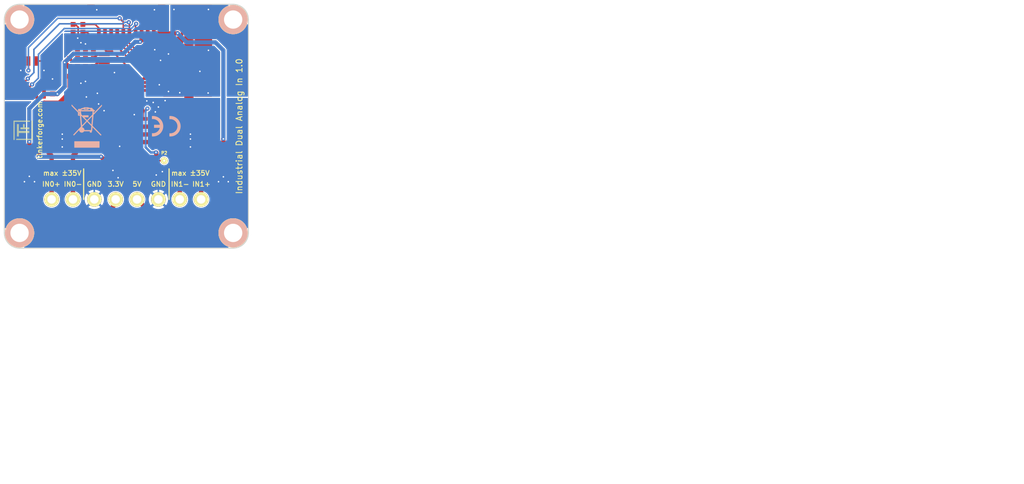
<source format=kicad_pcb>
(kicad_pcb (version 20221018) (generator pcbnew)
  (title_block (title "Industrial Dual Analog In") (date "24 Feb 2015") (rev "1.0") (company "Tinkerforge GmbH") (comment 1 "Copyright (©) 2015, B.Nordmeyer <bastian@tinkerforge.com>"))
  (layers (0 "F.Cu" signal) (31 "B.Cu" signal) (34 "B.Paste" user) (35 "F.Paste" user) (36 "B.SilkS" user "B.Silkscreen") (37 "F.SilkS" user "F.Silkscreen") (38 "B.Mask" user) (39 "F.Mask" user) (44 "Edge.Cuts" user))
  (net 0 "")
  (net 1 "AGND")
  (net 2 "+3.3VADC")
  (net 3 "-VAA")
  (net 4 "3V3")
  (net 5 "GND")
  (net 6 "Net-(C5-Pad1)")
  (net 7 "Net-(C5-Pad2)")
  (net 8 "DGND")
  (net 9 "Net-(C8-Pad2)")
  (net 10 "Net-(C9-Pad2)")
  (net 11 "ADC0")
  (net 12 "ADC1")
  (net 13 "Net-(C12-Pad2)")
  (net 14 "Net-(C14-Pad2)")
  (net 15 "Net-(C18-Pad1)")
  (net 16 "Net-(C21-Pad1)")
  (net 17 "+3.3VP")
  (net 18 "+5V")
  (net 19 "Net-(P1-Pad4)")
  (net 20 "Net-(P1-Pad5)")
  (net 21 "Net-(P1-Pad6)")
  (net 22 "Net-(P1-Pad7)")
  (net 23 "Net-(P1-Pad8)")
  (net 24 "Net-(P1-Pad9)")
  (net 25 "Net-(P1-Pad10)")
  (net 26 "Net-(P3-Pad2)")
  (net 27 "Net-(P3-Pad1)")
  (net 28 "Net-(P3-Pad7)")
  (net 29 "Net-(P3-Pad8)")
  (net 30 "Net-(R5-Pad2)")
  (net 31 "Net-(R13-Pad1)")
  (net 32 "Net-(R10-Pad2)")
  (net 33 "Net-(C15-Pad2)")
  (net 34 "Net-(C17-Pad1)")
  (net 35 "Net-(C20-Pad1)")
  (net 36 "Net-(R3-Pad2)")
  (net 37 "Net-(R6-Pad2)")
  (net 38 "Net-(R15-Pad1)")
  (net 39 "Net-(R11-Pad2)")
  (net 40 "Net-(D1-Pad2)")
  (net 41 "Net-(D2-Pad2)")
  (net 42 "Net-(U3-Pad7)")
  (net 43 "Net-(U4-Pad12)")
  (net 44 "Net-(U4-Pad13)")
  (footprint "tinkerforge:Fiducial_Mark" (layer "F.Cu") (at 117.1 112.5)
    (fp_text reference "Fiducial_Mark" hide)
    (fp_text value "VAL**" hide)
  )
  (footprint "tinkerforge:Fiducial_Mark" (layer "F.Cu") (at 154.1 87.5)
    (fp_text reference "Fiducial_Mark" hide)
    (fp_text value "VAL**" hide)
  )
  (footprint "tinkerforge:Fiducial_Mark" (layer "F.Cu") (at 117.1 87.5)
    (fp_text reference "Fiducial_Mark" hide)
    (fp_text value "VAL**" hide)
  )
  (footprint "logo:Logo_31x31" (layer "F.Cu") (at 117.1 102.25 90)
    (fp_text reference "G***" hide)
    (fp_text value "Logo_31x31" hide)
  )
  (footprint "kicad-libraries:SOD-323" (layer "F.Cu") (at 151.5 110.425 -90)
    (fp_text reference "D1")
    (fp_text value "CDSOD323-T05SC")
  )
  (footprint "kicad-libraries:SOD-323" (layer "F.Cu") (at 119.7 110.425 -90)
    (fp_text reference "D2")
    (fp_text value "CDSOD323-T03SC")
  )
  (footprint "kicad-libraries:CON-SENSOR" (layer "F.Cu") (at 135.6 80 180)
    (fp_text reference "P1")
    (fp_text value "CON-SENSOR")
  )
  (footprint "kicad-libraries:OQ_8P" (layer "F.Cu") (at 135.6 112)
    (fp_text reference "P3")
    (fp_text value "CONN_8")
  )
  (footprint "kicad-libraries:SOIC8" (layer "F.Cu") (at 135.6 100.7 90)
    (fp_text reference "U1")
    (fp_text value "LMV342IDRG4")
  )
  (footprint "kicad-libraries:SOT23-6" (layer "F.Cu") (at 136.75 106.45 90)
    (fp_text reference "U2")
    (fp_text value "LM2664")
  )
  (footprint "kicad-libraries:SOIC8" (layer "F.Cu") (at 120.2 92 180)
    (fp_text reference "U3")
    (fp_text value "M24C64")
  )
  (footprint "kicad-libraries:SSOP20-53" (layer "F.Cu") (at 135.6 91.2 -90)
    (fp_text reference "U4")
    (fp_text value "MCP3911")
  )
  (footprint "kicad-libraries:DRILL_NP" (layer "F.Cu") (at 153.1 117.5)
    (fp_text reference "U5" hide)
    (fp_text value "DRILL" hide)
  )
  (footprint "kicad-libraries:DRILL_NP" (layer "F.Cu") (at 153.1 82.5)
    (fp_text reference "U6" hide)
    (fp_text value "DRILL" hide)
  )
  (footprint "kicad-libraries:DRILL_NP" (layer "F.Cu") (at 118.1 82.5)
    (fp_text reference "U7" hide)
    (fp_text value "DRILL" hide)
  )
  (footprint "kicad-libraries:DRILL_NP" (layer "F.Cu") (at 118.1 117.5)
    (fp_text reference "U8" hide)
    (fp_text value "DRILL" hide)
  )
  (footprint "kicad-libraries:HC49_US" (layer "F.Cu") (at 145.85 89.05 -90)
    (fp_text reference "X1")
    (fp_text value "10MHz")
  )
  (footprint "kicad-libraries:PINTST" (layer "F.Cu") (at 141.8 105.65)
    (fp_text reference "P2")
    (fp_text value "CONN_1" hide)
  )
  (footprint "kicad-libraries:C0603" (layer "F.Cu") (at 133.7 104.1 180)
    (fp_text reference "C1")
    (fp_text value "100nF")
  )
  (footprint "kicad-libraries:C0603" (layer "F.Cu") (at 138.125 96.65 90)
    (fp_text reference "C2")
    (fp_text value "100nF")
  )
  (footprint "kicad-libraries:C0603" (layer "F.Cu") (at 134.25 106.45 -90)
    (fp_text reference "C3")
    (fp_text value "3.3µF")
  )
  (footprint "kicad-libraries:C0603" (layer "F.Cu") (at 140.5 106.45 -90)
    (fp_text reference "C4")
    (fp_text value "3.3µF")
  )
  (footprint "kicad-libraries:C0603" (layer "F.Cu") (at 136.75 104.1)
    (fp_text reference "C5")
    (fp_text value "3.3µF")
  )
  (footprint "kicad-libraries:C0603" (layer "F.Cu") (at 139.2 106.45 90)
    (fp_text reference "C6")
    (fp_text value "100nF")
  )
  (footprint "kicad-libraries:C0603" (layer "F.Cu") (at 123.5 93.9 90)
    (fp_text reference "C7")
    (fp_text value "100nF")
  )
  (footprint "kicad-libraries:C0603" (layer "F.Cu") (at 142.5 89.75 -90)
    (fp_text reference "C8")
    (fp_text value "18pF")
  )
  (footprint "kicad-libraries:C0603" (layer "F.Cu") (at 142.5 92.65 90)
    (fp_text reference "C9")
    (fp_text value "18pF")
  )
  (footprint "kicad-libraries:C0603" (layer "F.Cu") (at 132.6 96.65 90)
    (fp_text reference "C10")
    (fp_text value "1nF")
  )
  (footprint "kicad-libraries:C0603" (layer "F.Cu") (at 136.825 96.65 90)
    (fp_text reference "C11")
    (fp_text value "1nF")
  )
  (footprint "kicad-libraries:C0603" (layer "F.Cu") (at 130.2 88.1 -90)
    (fp_text reference "C12")
    (fp_text value "100nF")
  )
  (footprint "kicad-libraries:C0603" (layer "F.Cu") (at 128.9 88.1 -90)
    (fp_text reference "C13")
    (fp_text value "10µF")
  )
  (footprint "kicad-libraries:C0603" (layer "F.Cu") (at 130.2 91 90)
    (fp_text reference "C15")
    (fp_text value "100nF")
  )
  (footprint "kicad-libraries:C0603" (layer "F.Cu") (at 128.9 91 90)
    (fp_text reference "C16")
    (fp_text value "10µF")
  )
  (footprint "kicad-libraries:C0603" (layer "F.Cu") (at 126.05 101.3 -90)
    (fp_text reference "C17")
    (fp_text value "15pF")
  )
  (footprint "kicad-libraries:C0603" (layer "F.Cu") (at 125.1 99.2)
    (fp_text reference "C18")
    (fp_text value "150pF")
  )
  (footprint "kicad-libraries:C0603" (layer "F.Cu") (at 124.15 101.3 90)
    (fp_text reference "C19")
    (fp_text value "15pF")
  )
  (footprint "kicad-libraries:C0603" (layer "F.Cu") (at 145.175 101.3 -90)
    (fp_text reference "C20")
    (fp_text value "15pF")
  )
  (footprint "kicad-libraries:C0603" (layer "F.Cu") (at 146.1 99.2 180)
    (fp_text reference "C21")
    (fp_text value "150pF")
  )
  (footprint "kicad-libraries:C0603" (layer "F.Cu") (at 147.05 101.3 90)
    (fp_text reference "C22")
    (fp_text value "15pF")
  )
  (footprint "kicad-libraries:F1206" (layer "F.Cu") (at 151.5 105 -90)
    (fp_text reference "F1")
    (fp_text value "OZCJ0035FF2G")
  )
  (footprint "kicad-libraries:F1206" (layer "F.Cu") (at 119.7 105 -90)
    (fp_text reference "F2")
    (fp_text value "OZCJ0035FF2G")
  )
  (footprint "kicad-libraries:C0603" (layer "F.Cu") (at 126.3 91 -90)
    (fp_text reference "FB1")
    (fp_text value "FILTER")
  )
  (footprint "kicad-libraries:C0603" (layer "F.Cu") (at 126.3 88.1 90)
    (fp_text reference "FB2")
    (fp_text value "FILTER")
  )
  (footprint "kicad-libraries:C0603" (layer "F.Cu") (at 141.2 87.55 -90)
    (fp_text reference "FB3")
    (fp_text value "FILTER")
  )
  (footprint "kicad-libraries:R0603" (layer "F.Cu") (at 141 95.1 -90)
    (fp_text reference "R1")
    (fp_text value "0")
  )
  (footprint "kicad-libraries:R0603" (layer "F.Cu") (at 141.2 91.2 -90)
    (fp_text reference "R2")
    (fp_text value "1M")
  )
  (footprint "kicad-libraries:R0603" (layer "F.Cu") (at 127.675 84.6)
    (fp_text reference "R3")
    (fp_text value "100k")
  )
  (footprint "kicad-libraries:R0603" (layer "F.Cu") (at 127.675 83.3 180)
    (fp_text reference "R4")
    (fp_text value "DNP")
  )
  (footprint "kicad-libraries:R0603" (layer "F.Cu") (at 133.9 96.65 -90)
    (fp_text reference "R5")
    (fp_text value "68.1")
  )
  (footprint "kicad-libraries:R0603" (layer "F.Cu") (at 135.375 96.65 -90)
    (fp_text reference "R6")
    (fp_text value "68.1")
  )
  (footprint "kicad-libraries:R0603" (layer "F.Cu") (at 127.6 88.1 -90)
    (fp_text reference "R7")
    (fp_text value "10")
  )
  (footprint "kicad-libraries:R0603" (layer "F.Cu") (at 131.05 100.9 90)
    (fp_text reference "R8")
    (fp_text value "4k7/10ppm")
  )
  (footprint "kicad-libraries:R0603" (layer "F.Cu") (at 140.275 102.15 90)
    (fp_text reference "R9")
    (fp_text value "4k7/10ppm")
  )
  (footprint "kicad-libraries:R0603" (layer "F.Cu") (at 131.05 98 -90)
    (fp_text reference "R10")
    (fp_text value "4k7/10ppm")
  )
  (footprint "kicad-libraries:R0603" (layer "F.Cu") (at 140.275 99.25 -90)
    (fp_text reference "R11")
    (fp_text value "4k7/10ppm")
  )
  (footprint "kicad-libraries:R0603" (layer "F.Cu") (at 127.6 91 90)
    (fp_text reference "R12")
    (fp_text value "10")
  )
  (footprint "kicad-libraries:R0603" (layer "F.Cu") (at 127.2 98.4 -90)
    (fp_text reference "R13")
    (fp_text value "280k/10ppm")
  )
  (footprint "kicad-libraries:R0603" (layer "F.Cu") (at 123 98.4 -90)
    (fp_text reference "R14")
    (fp_text value "280k/10ppm")
  )
  (footprint "kicad-libraries:R0603" (layer "F.Cu") (at 144 98.4 -90)
    (fp_text reference "R15")
    (fp_text value "280k/10ppm")
  )
  (footprint "kicad-libraries:R0603" (layer "F.Cu") (at 148.2 98.4 -90)
    (fp_text reference "R16")
    (fp_text value "280k/10ppm")
  )
  (footprint "kicad-libraries:R0603" (layer "F.Cu") (at 127.35 101.3 -90)
    (fp_text reference "R17")
    (fp_text value "10")
  )
  (footprint "kicad-libraries:R0603" (layer "F.Cu") (at 122.85 101.3 -90)
    (fp_text reference "R18")
    (fp_text value "10")
  )
  (footprint "kicad-libraries:R0603" (layer "F.Cu") (at 143.875 101.3 -90)
    (fp_text reference "R19")
    (fp_text value "10")
  )
  (footprint "kicad-libraries:R0603" (layer "F.Cu") (at 148.35 101.3 -90)
    (fp_text reference "R20")
    (fp_text value "10")
  )
  (footprint "kicad-libraries:R0603" (layer "F.Cu") (at 126.55 103.4 180)
    (fp_text reference "R21")
    (fp_text value "100k")
  )
  (footprint "kicad-libraries:R0603" (layer "F.Cu") (at 123.65 103.4 180)
    (fp_text reference "R22")
    (fp_text value "100k")
  )
  (footprint "kicad-libraries:R0603" (layer "F.Cu") (at 144.65 103.4)
    (fp_text reference "R23")
    (fp_text value "100k")
  )
  (footprint "kicad-libraries:R0603" (layer "F.Cu") (at 147.55 103.4)
    (fp_text reference "R24")
    (fp_text value "100k")
  )
  (footprint "kicad-libraries:C0603" (layer "F.Cu") (at 129.9 94.4 90)
    (fp_text reference "C14")
    (fp_text value "100nF")
  )
  (footprint "tinkerforge:CE_5mm" (layer "B.Cu") (at 142.1 100 180)
    (fp_text reference "VAL" hide)
    (fp_text value "CE_5mm" hide)
  )
  (footprint "tinkerforge:WEEE_7mm" (layer "B.Cu") (at 129.1 100)
    (fp_text reference "VAL" hide)
    (fp_text value "WEEE_7mm" hide)
  )
  (gr_line (start 142.6 107) (end 142.6 112) (stroke (width 0.2)) (layer "F.SilkS"))
  (gr_line (start 128.6 107) (end 128.6 112) (stroke (width 0.2)) (layer "F.SilkS"))
  (gr_arc (start 153.1 80) (mid 154.867767 80.732233) (end 155.6 82.5) (stroke (width 0.15)) (layer "Edge.Cuts"))
  (gr_line (start 118.1 120) (end 153.1 120) (stroke (width 0.15)) (layer "Edge.Cuts"))
  (gr_line (start 155.6 117.5) (end 155.6 82.5) (stroke (width 0.15)) (layer "Edge.Cuts"))
  (gr_arc (start 115.6 82.5) (mid 116.332233 80.732233) (end 118.1 80) (stroke (width 0.15)) (layer "Edge.Cuts"))
  (gr_arc (start 118.1 120) (mid 116.332233 119.267767) (end 115.6 117.5) (stroke (width 0.15)) (layer "Edge.Cuts"))
  (gr_line (start 153.1 80) (end 118.1 80) (stroke (width 0.15)) (layer "Edge.Cuts"))
  (gr_line (start 115.6 82.5) (end 115.6 117.5) (stroke (width 0.15)) (layer "Edge.Cuts"))
  (gr_arc (start 155.6 117.5) (mid 154.867767 119.267767) (end 153.1 120) (stroke (width 0.15)) (layer "Edge.Cuts"))
  (gr_text "5V" (at 137.35 109.5) (layer "F.SilkS") (effects (font (size 0.8 0.8))))
  (gr_text "max ±35V" (at 146.1 107.7) (layer "F.SilkS") (effects (font (size 0.8 0.8))))
  (gr_text "IN1+" (at 147.9 109.5) (layer "F.SilkS") (effects (font (size 0.8 0.8))))
  (gr_text "GND" (at 140.85 109.5) (layer "F.SilkS") (effects (font (size 0.8 0.8))))
  (gr_text "IN1-" (at 144.4 109.5) (layer "F.SilkS") (effects (font (size 0.8 0.8))))
  (gr_text "Industrial Dual Analog In 1.0" (at 154.1 100 90) (layer "F.SilkS") (effects (font (size 1 1))))
  (gr_text "IN0-" (at 126.85 109.5) (layer "F.SilkS") (effects (font (size 0.8 0.8))))
  (gr_text "tinkerforge.com" (at 121.4 100.625 90) (layer "F.SilkS") (effects (font (size 0.8 0.8))))
  (gr_text "3.3V" (at 133.85 109.5) (layer "F.SilkS") (effects (font (size 0.8 0.8))))
  (gr_text "IN0+" (at 123.3 109.5) (layer "F.SilkS") (effects (font (size 0.8 0.8))))
  (gr_text "max ±35V" (at 125.1 107.7) (layer "F.SilkS") (effects (font (size 0.8 0.8))))
  (gr_text "GND" (at 130.35 109.5) (layer "F.SilkS") (effects (font (size 0.8 0.8))))
  (segment (start 130.3501 91.8001) (end 130.2 91.8001) (width 0.35) (layer "F.Cu") (net 1))
  (segment (start 129.5499 91.8001) (end 129.55 91.8) (width 0.7) (layer "F.Cu") (net 1))
  (segment (start 129.5501 91.8001) (end 129.55 91.8) (width 0.7) (layer "F.Cu") (net 1))
  (segment (start 125.0999 102.1001) (end 125.1 102.1) (width 0.7) (layer "F.Cu") (net 1))
  (segment (start 125.1001 102.1001) (end 125.1 102.1) (width 0.7) (layer "F.Cu") (net 1))
  (segment (start 146.0999 102.1001) (end 146.1 102.1) (width 0.7) (layer "F.Cu") (net 1))
  (segment (start 146.1001 102.1001) (end 146.1 102.1) (width 0.7) (layer "F.Cu") (net 1))
  (segment (start 134.5001 103.3001) (end 134.5 103.3) (width 0.35) (layer "F.Cu") (net 1))
  (segment (start 133.4001 107.2501) (end 133.4 107.25) (width 0.35) (layer "F.Cu") (net 1))
  (segment (start 139.05014 107.39996) (end 139.2 107.2501) (width 0.35) (layer "F.Cu") (net 1))
  (segment (start 136.8 98) (end 136.9 98.1) (width 0.7) (layer "F.Cu") (net 1))
  (segment (start 131.9501 97.4501) (end 131.95 97.45) (width 0.7) (layer "F.Cu") (net 1))
  (segment (start 140.25 97.75) (end 140.35 97.65) (width 0.7) (layer "F.Cu") (net 1))
  (segment (start 140.00076 96.10076) (end 140 96.1) (width 0.7) (layer "F.Cu") (net 1))
  (segment (start 138.9499 95.8499) (end 138.95 95.85) (width 0.7) (layer "F.Cu") (net 1))
  (segment (start 141.64924 96.10076) (end 141.95 95.8) (width 0.7) (layer "F.Cu") (net 1))
  (segment (start 141 96.7) (end 140.85 96.85) (width 0.4) (layer "F.Cu") (net 1))
  (segment (start 141.49924 107.45076) (end 141.5 107.45) (width 0.7) (layer "F.Cu") (net 1))
  (segment (start 133.325 90.875) (end 133.65 91.2) (width 0.35) (layer "F.Cu") (net 1))
  (segment (start 133.325 91.525) (end 133.65 91.2) (width 0.35) (layer "F.Cu") (net 1))
  (segment (start 130.875 92.825) (end 130.2 92.15) (width 0.4) (layer "F.Cu") (net 1))
  (segment (start 130.2 92.15) (end 130.2 91.8001) (width 0.4) (layer "F.Cu") (net 1))
  (segment (start 131.225 94.125) (end 130.85 94.5) (width 0.4) (layer "F.Cu") (net 1))
  (segment (start 130.85 94.5) (end 130.85 94.6) (width 0.4) (layer "F.Cu") (net 1))
  (segment (start 129.0501 95.2001) (end 129.05 95.2) (width 0.4) (layer "F.Cu") (net 1))
  (segment (start 128.45 92.65) (end 128.15 92.95) (width 0.7) (layer "F.Cu") (net 1))
  (segment (start 150.7042 109.1042) (end 150.7 109.1) (width 0.7) (layer "F.Cu") (net 1))
  (segment (start 152.2958 109.1042) (end 152.3 109.1) (width 0.7) (layer "F.Cu") (net 1))
  (segment (start 118.9042 109.1042) (end 118.9 109.1) (width 0.7) (layer "F.Cu") (net 1))
  (segment (start 120.5458 109.1042) (end 120.55 109.1) (width 0.7) (layer "F.Cu") (net 1))
  (segment (start 132 94.125) (end 131.225 94.125) (width 0.4) (layer "F.Cu") (net 1))
  (segment (start 146.1 102.1) (end 146.1 101.3) (width 0.7) (layer "F.Cu") (net 1))
  (segment (start 132 94.125) (end 131.575 94.125) (width 0.35) (layer "F.Cu") (net 1))
  (segment (start 137.94888 107.39996) (end 139.05014 107.39996) (width 0.7) (layer "F.Cu") (net 1))
  (segment (start 139.2 107.2501) (end 140.5 107.2501) (width 0.7) (layer "F.Cu") (net 1))
  (segment (start 141 96.10076) (end 141.64924 96.10076) (width 0.7) (layer "F.Cu") (net 1))
  (segment (start 138.1 95.8499) (end 138.9499 95.8499) (width 0.7) (layer "F.Cu") (net 1))
  (segment (start 151.5 109.1042) (end 150.7042 109.1042) (width 0.7) (layer "F.Cu") (net 1))
  (segment (start 136.8 98) (end 136.8 97.4501) (width 0.7) (layer "F.Cu") (net 1))
  (segment (start 141 96.10076) (end 140.00076 96.10076) (width 0.7) (layer "F.Cu") (net 1))
  (segment (start 134.25 107.45076) (end 134.25 108.45) (width 0.7) (layer "F.Cu") (net 1))
  (segment (start 130.2 91.8001) (end 129.5501 91.8001) (width 0.7) (layer "F.Cu") (net 1))
  (segment (start 131.05 97.1999) (end 131.05 96.35) (width 0.7) (layer "F.Cu") (net 1))
  (segment (start 119.7 109.1042) (end 120.5458 109.1042) (width 0.7) (layer "F.Cu") (net 1))
  (segment (start 125.1 103.4) (end 124.4501 103.4) (width 0.7) (layer "F.Cu") (net 1))
  (segment (start 128.9 91.8001) (end 128.9 92.65) (width 0.7) (layer "F.Cu") (net 1))
  (segment (start 151.5 109.1042) (end 152.2958 109.1042) (width 0.7) (layer "F.Cu") (net 1))
  (segment (start 141 96.10076) (end 141 96.7) (width 0.4) (layer "F.Cu") (net 1))
  (segment (start 140.25 98.4499) (end 140.25 97.75) (width 0.7) (layer "F.Cu") (net 1))
  (segment (start 147.05 102.1001) (end 146.1001 102.1001) (width 0.7) (layer "F.Cu") (net 1))
  (segment (start 146.7499 103.4) (end 146.1 103.4) (width 0.7) (layer "F.Cu") (net 1))
  (segment (start 132 92.825) (end 130.875 92.825) (width 0.4) (layer "F.Cu") (net 1))
  (segment (start 133.4001 107.2501) (end 134.25 107.2501) (width 0.35) (layer "F.Cu") (net 1))
  (segment (start 146.1 103.4) (end 145.4501 103.4) (width 0.7) (layer "F.Cu") (net 1))
  (segment (start 132 91.525) (end 133.325 91.525) (width 0.35) (layer "F.Cu") (net 1))
  (segment (start 132.225 90.875) (end 131.475 90.875) (width 0.35) (layer "F.Cu") (net 1))
  (segment (start 125.7499 103.4) (end 125.1 103.4) (width 0.7) (layer "F.Cu") (net 1))
  (segment (start 119.7 109.1042) (end 118.9042 109.1042) (width 0.7) (layer "F.Cu") (net 1))
  (segment (start 140.5 107.45076) (end 141.49924 107.45076) (width 0.7) (layer "F.Cu") (net 1))
  (segment (start 140.5 108) (end 140.5 107.2501) (width 0.35) (layer "F.Cu") (net 1))
  (segment (start 125.0999 102.1001) (end 124.15 102.1001) (width 0.7) (layer "F.Cu") (net 1))
  (segment (start 132.225 92.825) (end 131.375 92.825) (width 0.35) (layer "F.Cu") (net 1))
  (segment (start 128.9 92.65) (end 128.45 92.65) (width 0.7) (layer "F.Cu") (net 1))
  (segment (start 129.5499 91.8001) (end 128.9 91.8001) (width 0.7) (layer "F.Cu") (net 1))
  (segment (start 146.0999 102.1001) (end 145.15 102.1001) (width 0.7) (layer "F.Cu") (net 1))
  (segment (start 133.325 90.875) (end 132 90.875) (width 0.35) (layer "F.Cu") (net 1))
  (segment (start 125.1 102.1) (end 125.1 101.3) (width 0.7) (layer "F.Cu") (net 1))
  (segment (start 132.6 97.4501) (end 131.9501 97.4501) (width 0.7) (layer "F.Cu") (net 1))
  (segment (start 134.5001 104.1) (end 134.5001 103.3001) (width 0.35) (layer "F.Cu") (net 1))
  (segment (start 119.7 109.1042) (end 119.7 108.225) (width 0.7) (layer "F.Cu") (net 1))
  (segment (start 126.05 102.1001) (end 125.1001 102.1001) (width 0.7) (layer "F.Cu") (net 1))
  (segment (start 151.5 109.1042) (end 151.5 108.3) (width 0.7) (layer "F.Cu") (net 1))
  (segment (start 132 94.125) (end 131.475 94.125) (width 0.4) (layer "F.Cu") (net 1))
  (segment (start 129.9 95.2001) (end 129.0501 95.2001) (width 0.4) (layer "F.Cu") (net 1))
  (via (at 125.1 103.4) (size 0.7) (drill 0.25) (layers "F.Cu" "B.Cu") (net 1))
  (via (at 140 96.1) (size 0.7) (drill 0.25) (layers "F.Cu" "B.Cu") (net 1))
  (via (at 120.55 109.1) (size 0.7) (drill 0.25) (layers "F.Cu" "B.Cu") (net 1))
  (via (at 140.35 97.65) (size 0.7) (drill 0.25) (layers "F.Cu" "B.Cu") (net 1))
  (via (at 133.4 107.25) (size 0.7) (drill 0.25) (layers "F.Cu" "B.Cu") (net 1))
  (via (at 140.5 108) (size 0.7) (drill 0.25) (layers "F.Cu" "B.Cu") (net 1))
  (via (at 133.65 91.2) (size 0.7) (drill 0.25) (layers "F.Cu" "B.Cu") (net 1))
  (via (at 118.9 109.1) (size 0.7) (drill 0.25) (layers "F.Cu" "B.Cu") (net 1))
  (via (at 146.1 101.3) (size 0.7) (drill 0.25) (layers "F.Cu" "B.Cu") (net 1))
  (via (at 136.9 98.1) (size 0.7) (drill 0.25) (layers "F.Cu" "B.Cu") (net 1))
  (via (at 146.1 103.4) (size 0.7) (drill 0.25) (layers "F.Cu" "B.Cu") (net 1))
  (via (at 129.05 95.2) (size 0.7) (drill 0.25) (layers "F.Cu" "B.Cu") (net 1))
  (via (at 138.95 95.85) (size 0.7) (drill 0.25) (layers "F.Cu" "B.Cu") (net 1))
  (via (at 152.3 109.1) (size 0.7) (drill 0.25) (layers "F.Cu" "B.Cu") (net 1))
  (via (at 131.05 96.35) (size 0.7) (drill 0.25) (layers "F.Cu" "B.Cu") (net 1))
  (via (at 119.7 108.225) (size 0.7) (drill 0.25) (layers "F.Cu" "B.Cu") (net 1))
  (via (at 130.85 94.6) (size 0.7) (drill 0.25) (layers "F.Cu" "B.Cu") (net 1))
  (via (at 128.15 92.95) (size 0.7) (drill 0.25) (layers "F.Cu" "B.Cu") (net 1))
  (via (at 134.25 108.45) (size 0.7) (drill 0.25) (layers "F.Cu" "B.Cu") (net 1))
  (via (at 125.1 101.3) (size 0.7) (drill 0.25) (layers "F.Cu" "B.Cu") (net 1))
  (via (at 131.95 97.45) (size 0.7) (drill 0.25) (layers "F.Cu" "B.Cu") (net 1))
  (via (at 128.9 92.65) (size 0.7) (drill 0.25) (layers "F.Cu" "B.Cu") (net 1))
  (via (at 125.1 102.1) (size 0.7) (drill 0.25) (layers "F.Cu" "B.Cu") (net 1))
  (via (at 141.95 95.8) (size 0.7) (drill 0.25) (layers "F.Cu" "B.Cu") (net 1))
  (via (at 141.5 107.45) (size 0.7) (drill 0.25) (layers "F.Cu" "B.Cu") (net 1))
  (via (at 150.7 109.1) (size 0.7) (drill 0.25) (layers "F.Cu" "B.Cu") (net 1))
  (via (at 134.5 103.3) (size 0.7) (drill 0.25) (layers "F.Cu" "B.Cu") (net 1))
  (via (at 140.85 96.85) (size 0.7) (drill 0.25) (layers "F.Cu" "B.Cu") (net 1))
  (via (at 146.1 102.1) (size 0.7) (drill 0.25) (layers "F.Cu" "B.Cu") (net 1))
  (via (at 151.5 108.3) (size 0.7) (drill 0.25) (layers "F.Cu" "B.Cu") (net 1))
  (segment (start 125.1 100.95) (end 129.7 96.35) (width 0.254) (layer "B.Cu") (net 1))
  (segment (start 129.7 96.35) (end 131.05 96.35) (width 0.254) (layer "B.Cu") (net 1))
  (segment (start 146.1 104.3) (end 142.4 108) (width 0.254) (layer "B.Cu") (net 1))
  (segment (start 142.4 108) (end 140.5 108) (width 0.254) (layer "B.Cu") (net 1))
  (segment (start 140.85018 108.35018) (end 140.5 108) (width 0.254) (layer "B.Cu") (net 1))
  (segment (start 134.15 108) (end 133.4 107.25) (width 0.254) (layer "B.Cu") (net 1))
  (segment (start 134.5 106.15) (end 133.4 107.25) (width 0.254) (layer "B.Cu") (net 1))
  (segment (start 131.05 107.25) (end 130.49982 106.69982) (width 0.254) (layer "B.Cu") (net 1))
  (segment (start 130.49982 106.69982) (end 130.34982 106.69982) (width 0.254) (layer "B.Cu") (net 1))
  (segment (start 131.95 97.25) (end 131.05 96.35) (width 0.254) (layer "B.Cu") (net 1))
  (segment (start 136.25 97.45) (end 136.9 98.1) (width 0.254) (layer "B.Cu") (net 1))
  (segment (start 121.54982 106.69982) (end 120.25 105.4) (width 0.254) (layer "B.Cu") (net 1))
  (segment (start 120.25 105.4) (end 120.25 104.25) (width 0.254) (layer "B.Cu") (net 1))
  (segment (start 120.25 104.25) (end 121.1 103.4) (width 0.254) (layer "B.Cu") (net 1))
  (segment (start 121.1 103.4) (end 125.1 103.4) (width 0.254) (layer "B.Cu") (net 1))
  (segment (start 125.1 101.3) (end 125.1 100.95) (width 0.254) (layer "B.Cu") (net 1))
  (segment (start 130.34982 112) (end 130.34982 106.69982) (width 0.254) (layer "B.Cu") (net 1))
  (segment (start 131.95 97.45) (end 136.25 97.45) (width 0.254) (layer "B.Cu") (net 1))
  (segment (start 125.1 103.4) (end 125.1 102.1) (width 0.254) (layer "B.Cu") (net 1))
  (segment (start 140.85018 112) (end 140.85018 108.35018) (width 0.254) (layer "B.Cu") (net 1))
  (segment (start 146.1 102.1) (end 146.1 103.4) (width 0.254) (layer "B.Cu") (net 1))
  (segment (start 130.34982 106.69982) (end 121.54982 106.69982) (width 0.254) (layer "B.Cu") (net 1))
  (segment (start 133.4 107.25) (end 131.05 107.25) (width 0.254) (layer "B.Cu") (net 1))
  (segment (start 134.5 103.3) (end 134.5 106.15) (width 0.254) (layer "B.Cu") (net 1))
  (segment (start 131.95 97.45) (end 131.95 97.25) (width 0.254) (layer "B.Cu") (net 1))
  (segment (start 146.1 103.4) (end 146.1 104.3) (width 0.254) (layer "B.Cu") (net 1))
  (segment (start 140.5 108) (end 134.15 108) (width 0.254) (layer "B.Cu") (net 1))
  (segment (start 132.90252 104.09738) (end 132.8999 104.1) (width 0.7) (layer "F.Cu") (net 2))
  (segment (start 132.8999 104.8999) (end 132.9 104.9) (width 0.7) (layer "F.Cu") (net 2))
  (segment (start 134.39986 105.50004) (end 134.25 105.6499) (width 0.35) (layer "F.Cu") (net 2))
  (segment (start 133.6499 105.6499) (end 132.9 104.9) (width 0.35) (layer "F.Cu") (net 2))
  (segment (start 135.15 106.45) (end 134.3499 105.6499) (width 0.4) (layer "F.Cu") (net 2))
  (segment (start 134.3499 105.6499) (end 134.25 105.6499) (width 0.35) (layer "F.Cu") (net 2))
  (segment (start 134.39986 105.50004) (end 134.25 105.6499) (width 0.35) (layer "F.Cu") (net 2))
  (segment (start 131.89924 105.44924) (end 131.45 105) (width 0.7) (layer "F.Cu") (net 2))
  (segment (start 126.3 94.45) (end 124.6 96.15) (width 0.7) (layer "F.Cu") (net 2))
  (segment (start 124.6 96.15) (end 122.15 96.15) (width 0.7) (layer "F.Cu") (net 2))
  (segment (start 122.15 96.15) (end 121.25 97.05) (width 0.7) (layer "F.Cu") (net 2))
  (segment (start 121.25 105) (end 121.25 97.05) (width 0.7) (layer "F.Cu") (net 2))
  (segment (start 134.25 105.6499) (end 133.6499 105.6499) (width 0.35) (layer "F.Cu") (net 2))
  (segment (start 126.3 91.8001) (end 127.6 91.8001) (width 0.7) (layer "F.Cu") (net 2))
  (segment (start 134.25 105.44924) (end 131.89924 105.44924) (width 0.7) (layer "F.Cu") (net 2))
  (segment (start 132.8999 104.8999) (end 132.8999 104.1) (width 0.7) (layer "F.Cu") (net 2))
  (segment (start 135.55112 105.50004) (end 134.39986 105.50004) (width 0.4) (layer "F.Cu") (net 2))
  (segment (start 135.55112 106.45) (end 135.15 106.45) (width 0.4) (layer "F.Cu") (net 2))
  (segment (start 132.90252 102.60246) (end 132.90252 104.09738) (width 0.7) (layer "F.Cu") (net 2))
  (segment (start 126.3 94.45) (end 126.3 91.8001) (width 0.7) (layer "F.Cu") (net 2))
  (via (at 131.45 105) (size 0.7) (drill 0.25) (layers "F.Cu" "B.Cu") (net 2))
  (via (at 121.25 105) (size 0.7) (drill 0.25) (layers "F.Cu" "B.Cu") (net 2))
  (segment (start 131.45 105) (end 121.25 105) (width 0.7) (layer "B.Cu") (net 2))
  (segment (start 138.3999 106.45) (end 139.2 105.6499) (width 0.7) (layer "F.Cu") (net 3))
  (segment (start 138.29748 97.64758) (end 138.1 97.4501) (width 0.35) (layer "F.Cu") (net 3))
  (segment (start 138.6999 97.4501) (end 139.05 97.1) (width 0.35) (layer "F.Cu") (net 3))
  (segment (start 140.5 104.35) (end 140.45 104.3) (width 0.7) (layer "F.Cu") (net 3))
  (segment (start 141.7999 105.6499) (end 141.8 105.65) (width 0.254) (layer "F.Cu") (net 3))
  (segment (start 139.2 105.6499) (end 140.5 105.6499) (width 0.7) (layer "F.Cu") (net 3))
  (segment (start 140.5 105.6499) (end 141.7999 105.6499) (width 0.254) (layer "F.Cu") (net 3))
  (segment (start 138.29748 98.79754) (end 138.29748 97.64758) (width 0.35) (layer "F.Cu") (net 3))
  (segment (start 138.1 97.4501) (end 138.6999 97.4501) (width 0.35) (layer "F.Cu") (net 3))
  (segment (start 137.94888 106.45) (end 138.3999 106.45) (width 0.7) (layer "F.Cu") (net 3))
  (segment (start 140.5 105.44924) (end 140.5 104.35) (width 0.7) (layer "F.Cu") (net 3))
  (via (at 140.45 104.3) (size 0.7) (drill 0.25) (layers "F.Cu" "B.Cu") (net 3))
  (via (at 139.05 97.1) (size 0.7) (drill 0.25) (layers "F.Cu" "B.Cu") (net 3))
  (segment (start 138.75 103.45) (end 138.75 97.4) (width 0.35) (layer "B.Cu") (net 3))
  (segment (start 138.75 97.4) (end 139.05 97.1) (width 0.35) (layer "B.Cu") (net 3))
  (segment (start 139.6 104.3) (end 138.75 103.45) (width 0.4) (layer "B.Cu") (net 3))
  (segment (start 140.45 104.3) (end 139.6 104.3) (width 0.4) (layer "B.Cu") (net 3))
  (segment (start 138.09936 85.90064) (end 137.85 86.15) (width 0.7) (layer "F.Cu") (net 4))
  (segment (start 125.5 89.55) (end 126.1499 88.9001) (width 0.7) (layer "F.Cu") (net 4))
  (segment (start 126.1499 88.9001) (end 126.3 88.9001) (width 0.7) (layer "F.Cu") (net 4))
  (segment (start 126.1499 90.1999) (end 125.5 89.55) (width 0.7) (layer "F.Cu") (net 4))
  (segment (start 122.10508 94.7001) (end 122.10246 94.69748) (width 0.7) (layer "F.Cu") (net 4))
  (segment (start 124.2999 94.7001) (end 124.3 94.7) (width 0.7) (layer "F.Cu") (net 4))
  (segment (start 123.5 94.7001) (end 122.10508 94.7001) (width 0.7) (layer "F.Cu") (net 4))
  (segment (start 119.7 103.49886) (end 119.7 102.55) (width 0.7) (layer "F.Cu") (net 4))
  (segment (start 126.3 90.1999) (end 126.1499 90.1999) (width 0.7) (layer "F.Cu") (net 4))
  (segment (start 138.09936 84.7752) (end 138.09936 85.90064) (width 0.7) (layer "F.Cu") (net 4))
  (segment (start 123.5 94.7001) (end 124.2999 94.7001) (width 0.7) (layer "F.Cu") (net 4))
  (via (at 124.3 94.7) (size 0.7) (drill 0.25) (layers "F.Cu" "B.Cu") (net 4))
  (via (at 119.7 102.55) (size 0.7) (drill 0.25) (layers "F.Cu" "B.Cu") (net 4))
  (via (at 137.85 86.15) (size 0.7) (drill 0.25) (layers "F.Cu" "B.Cu") (net 4))
  (via (at 125.5 89.55) (size 0.7) (drill 0.25) (layers "F.Cu" "B.Cu") (net 4))
  (segment (start 125.5 93.5) (end 124.3 94.7) (width 0.7) (layer "B.Cu") (net 4))
  (segment (start 137.05 86.15) (end 135.1 88.1) (width 0.7) (layer "B.Cu") (net 4))
  (segment (start 135.1 88.1) (end 126.95 88.1) (width 0.7) (layer "B.Cu") (net 4))
  (segment (start 126.95 88.1) (end 125.5 89.55) (width 0.7) (layer "B.Cu") (net 4))
  (segment (start 119.7 102.55) (end 119.7 97.1) (width 0.7) (layer "B.Cu") (net 4))
  (segment (start 119.7 97.1) (end 122.1 94.7) (width 0.7) (layer "B.Cu") (net 4))
  (segment (start 137.85 86.15) (end 137.05 86.15) (width 0.7) (layer "B.Cu") (net 4))
  (segment (start 124.3 94.7) (end 122.1 94.7) (width 0.7) (layer "B.Cu") (net 4))
  (segment (start 125.5 89.55) (end 125.5 93.5) (width 0.7) (layer "B.Cu") (net 4))
  (segment (start 122.10246 90.84754) (end 122.1 90.85) (width 0.254) (layer "F.Cu") (net 5))
  (segment (start 118.29754 90.84754) (end 118.3 90.85) (width 0.254) (layer "F.Cu") (net 5))
  (segment (start 130.74916 80.89916) (end 130.75 80.9) (width 0.254) (layer "F.Cu") (net 5))
  (segment (start 140.20084 80.89916) (end 140.2 80.9) (width 0.254) (layer "F.Cu") (net 5))
  (segment (start 139.10012 81.99988) (end 140.2 80.9) (width 0.35) (layer "F.Cu") (net 5))
  (segment (start 139.10012 85.60012) (end 139.10012 84.7752) (width 0.7) (layer "F.Cu") (net 5))
  (segment (start 141.2 86.25) (end 141.05 86.1) (width 0.7) (layer "F.Cu") (net 5))
  (segment (start 141.05 86.1) (end 139.6 86.1) (width 0.7) (layer "F.Cu") (net 5))
  (segment (start 139.6 86.1) (end 139.6 86.05) (width 0.7) (layer "F.Cu") (net 5))
  (segment (start 139.6 86.05) (end 139.6 86.1) (width 0.7) (layer "F.Cu") (net 5))
  (segment (start 139.6 86.1) (end 139.10012 85.60012) (width 0.7) (layer "F.Cu") (net 5))
  (segment (start 122.10246 89.30252) (end 120.83246 89.30252) (width 0.254) (layer "F.Cu") (net 5))
  (segment (start 130.74916 80.89916) (end 129.80118 80.89916) (width 0.254) (layer "F.Cu") (net 5))
  (segment (start 140.2 80.9) (end 130.75 80.9) (width 0.35) (layer "F.Cu") (net 5))
  (segment (start 140.20084 80.89916) (end 141.39882 80.89916) (width 0.254) (layer "F.Cu") (net 5))
  (segment (start 123.5 92.25) (end 123.5 93.0999) (width 0.7) (layer "F.Cu") (net 5))
  (segment (start 122.10246 89.30252) (end 122.10246 90.84754) (width 0.254) (layer "F.Cu") (net 5))
  (segment (start 141.2 86.7499) (end 141.2 86.25) (width 0.7) (layer "F.Cu") (net 5))
  (segment (start 118.29754 90.84754) (end 118.29754 89.30252) (width 0.254) (layer "F.Cu") (net 5))
  (segment (start 139.10012 84.7752) (end 139.10012 81.99988) (width 0.35) (layer "F.Cu") (net 5))
  (via (at 122.1 90.85) (size 0.7) (drill 0.25) (layers "F.Cu" "B.Cu") (net 5))
  (via (at 118.3 90.85) (size 0.7) (drill 0.25) (layers "F.Cu" "B.Cu") (net 5))
  (via (at 130.75 80.9) (size 0.7) (drill 0.25) (layers "F.Cu" "B.Cu") (net 5))
  (via (at 123.5 92.25) (size 0.7) (drill 0.25) (layers "F.Cu" "B.Cu") (net 5))
  (via (at 140.2 80.9) (size 0.7) (drill 0.25) (layers "F.Cu" "B.Cu") (net 5))
  (segment (start 122.1 92.9) (end 120.95 94.05) (width 0.254) (layer "B.Cu") (net 5))
  (segment (start 120.95 94.05) (end 119.35 94.05) (width 0.254) (layer "B.Cu") (net 5))
  (segment (start 119.35 94.05) (end 118.3 93) (width 0.254) (layer "B.Cu") (net 5))
  (segment (start 118.3 93) (end 118.3 90.85) (width 0.254) (layer "B.Cu") (net 5))
  (segment (start 118.3 86.55) (end 123.95 80.9) (width 0.254) (layer "B.Cu") (net 5))
  (segment (start 123.95 80.9) (end 130.75 80.9) (width 0.254) (layer "B.Cu") (net 5))
  (segment (start 118.3 90.85) (end 118.3 86.55) (width 0.254) (layer "B.Cu") (net 5))
  (segment (start 122.1 90.85) (end 122.1 92.9) (width 0.254) (layer "B.Cu") (net 5))
  (segment (start 122.1 90.85) (end 123.5 92.25) (width 0.254) (layer "B.Cu") (net 5))
  (segment (start 135.9499 104.2999) (end 136.45 104.8) (width 0.4) (layer "F.Cu") (net 6))
  (segment (start 136.45 104.8) (end 136.45 106.9) (width 0.4) (layer "F.Cu") (net 6))
  (segment (start 136.45 106.9) (end 135.95004 107.39996) (width 0.4) (layer "F.Cu") (net 6))
  (segment (start 135.95004 107.39996) (end 135.55112 107.39996) (width 0.35) (layer "F.Cu") (net 6))
  (segment (start 135.9499 104.1) (end 135.9499 104.2999) (width 0.35) (layer "F.Cu") (net 6))
  (segment (start 137.45004 105.50004) (end 137.25 105.3) (width 0.4) (layer "F.Cu") (net 7))
  (segment (start 137.25 105.3) (end 137.25 104.4001) (width 0.4) (layer "F.Cu") (net 7))
  (segment (start 137.25 104.4001) (end 137.5501 104.1) (width 0.4) (layer "F.Cu") (net 7))
  (segment (start 137.94888 105.50004) (end 137.45004 105.50004) (width 0.4) (layer "F.Cu") (net 7))
  (segment (start 129.5499 87.2999) (end 129.55 87.3) (width 0.4) (layer "F.Cu") (net 8))
  (segment (start 129.5501 87.2999) (end 129.55 87.3) (width 0.4) (layer "F.Cu") (net 8))
  (segment (start 140.97424 94.125) (end 141 94.09924) (width 0.35) (layer "F.Cu") (net 8))
  (segment (start 141.69924 94.09924) (end 141.9 94.3) (width 0.7) (layer "F.Cu") (net 8))
  (segment (start 141.9 94.3) (end 142.5 94.3) (width 0.7) (layer "F.Cu") (net 8))
  (segment (start 141.4001 88.15) (end 141.2 88.3501) (width 0.7) (layer "F.Cu") (net 8))
  (segment (start 149.05 89.6) (end 147.65 91) (width 0.254) (layer "F.Cu") (net 8))
  (segment (start 128.35 86.5) (end 128.15 86.3) (width 0.4) (layer "F.Cu") (net 8))
  (segment (start 141.1501 88.3501) (end 140.25 87.45) (width 0.7) (layer "F.Cu") (net 8))
  (segment (start 142.6 94.3) (end 142.8 94.5) (width 0.254) (layer "F.Cu") (net 8))
  (segment (start 142.8 94.5) (end 144.35 94.5) (width 0.254) (layer "F.Cu") (net 8))
  (segment (start 127.25 83.3) (end 127.7 83.75) (width 0.254) (layer "F.Cu") (net 8))
  (segment (start 127.7 83.75) (end 127.7 85.475) (width 0.254) (layer "F.Cu") (net 8))
  (segment (start 127.7 85.475) (end 127.625 85.55) (width 0.254) (layer "F.Cu") (net 8))
  (segment (start 128.9 87.2999) (end 128.9 86.5) (width 0.7) (layer "F.Cu") (net 8))
  (segment (start 141 94.09924) (end 141 93.2) (width 0.7) (layer "F.Cu") (net 8))
  (segment (start 149.05 80.85) (end 149.05 87.55) (width 0.254) (layer "F.Cu") (net 8))
  (segment (start 139.2 94.125) (end 140.97424 94.125) (width 0.35) (layer "F.Cu") (net 8))
  (segment (start 129.5499 87.2999) (end 128.9 87.2999) (width 0.4) (layer "F.Cu") (net 8))
  (segment (start 142.5 88.15) (end 141.4001 88.15) (width 0.7) (layer "F.Cu") (net 8))
  (segment (start 142.5 94.3) (end 142.5 93.4501) (width 0.7) (layer "F.Cu") (net 8))
  (segment (start 141 94.09924) (end 141.69924 94.09924) (width 0.35) (layer "F.Cu") (net 8))
  (segment (start 142.5 88.15) (end 142.5 88.9499) (width 0.254) (layer "F.Cu") (net 8))
  (segment (start 130.2 87.2999) (end 129.5501 87.2999) (width 0.4) (layer "F.Cu") (net 8))
  (segment (start 142.5 94.3) (end 142.6 94.3) (width 0.254) (layer "F.Cu") (net 8))
  (segment (start 141.2 88.3501) (end 141.2 89.2) (width 0.7) (layer "F.Cu") (net 8))
  (segment (start 149.05 87.55) (end 149.05 89.6) (width 0.254) (layer "F.Cu") (net 8))
  (segment (start 128.9 86.5) (end 128.35 86.5) (width 0.4) (layer "F.Cu") (net 8))
  (segment (start 141.2 88.3501) (end 141.1501 88.3501) (width 0.7) (layer "F.Cu") (net 8))
  (segment (start 126.8749 83.3) (end 127.25 83.3) (width 0.254) (layer "F.Cu") (net 8))
  (via (at 142.5 94.3) (size 0.7) (drill 0.25) (layers "F.Cu" "B.Cu") (net 8))
  (via (at 149 94.55) (size 0.7) (drill 0.25) (layers "F.Cu" "B.Cu") (net 8))
  (via (at 147.65 91) (size 0.7) (drill 0.25) (layers "F.Cu" "B.Cu") (net 8))
  (via (at 128.9 86.5) (size 0.7) (drill 0.25) (layers "F.Cu" "B.Cu") (net 8))
  (via (at 149.05 87.55) (size 0.7) (drill 0.25) (layers "F.Cu" "B.Cu") (net 8))
  (via (at 144.35 94.5) (size 0.7) (drill 0.25) (layers "F.Cu" "B.Cu") (net 8))
  (via (at 143.4 80.85) (size 0.7) (drill 0.25) (layers "F.Cu" "B.Cu") (net 8))
  (via (at 127.625 85.55) (size 0.7) (drill 0.25) (layers "F.Cu" "B.Cu") (net 8))
  (via (at 142.5 88.15) (size 0.7) (drill 0.25) (layers "F.Cu" "B.Cu") (net 8))
  (via (at 128.15 86.3) (size 0.7) (drill 0.25) (layers "F.Cu" "B.Cu") (net 8))
  (via (at 149.05 80.85) (size 0.7) (drill 0.25) (layers "F.Cu" "B.Cu") (net 8))
  (via (at 141.2 89.2) (size 0.7) (drill 0.25) (layers "F.Cu" "B.Cu") (net 8))
  (via (at 140.25 87.45) (size 0.7) (drill 0.25) (layers "F.Cu" "B.Cu") (net 8))
  (via (at 141 93.2) (size 0.7) (drill 0.25) (layers "F.Cu" "B.Cu") (net 8))
  (segment (start 136.45 85.15) (end 137 84.6) (width 0.35) (layer "B.Cu") (net 8))
  (segment (start 137 84.6) (end 139.55 84.6) (width 0.35) (layer "B.Cu") (net 8))
  (segment (start 127.8 86.5) (end 127.25 85.95) (width 0.254) (layer "B.Cu") (net 8))
  (segment (start 127.25 85.95) (end 127.25 85.15) (width 0.254) (layer "B.Cu") (net 8))
  (segment (start 140.5 84.6) (end 142.5 86.6) (width 0.35) (layer "B.Cu") (net 8))
  (segment (start 142.5 86.6) (end 142.5 88.15) (width 0.35) (layer "B.Cu") (net 8))
  (segment (start 148.75 94.3) (end 149 94.55) (width 0.254) (layer "B.Cu") (net 8))
  (segment (start 148.45 88.15) (end 149.05 87.55) (width 0.254) (layer "B.Cu") (net 8))
  (segment (start 142.5 94.3) (end 148.75 94.3) (width 0.254) (layer "B.Cu") (net 8))
  (segment (start 127.25 85.15) (end 136.45 85.15) (width 0.35) (layer "B.Cu") (net 8))
  (segment (start 142.5 94.3) (end 142.5 88.15) (width 0.7) (layer "B.Cu") (net 8))
  (segment (start 148.45 88.15) (end 142.5 88.15) (width 0.254) (layer "B.Cu") (net 8))
  (segment (start 128.9 86.5) (end 127.8 86.5) (width 0.254) (layer "B.Cu") (net 8))
  (segment (start 139.55 84.6) (end 140.5 84.6) (width 0.35) (layer "B.Cu") (net 8))
  (segment (start 143.4 80.85) (end 149.05 80.85) (width 0.254) (layer "B.Cu") (net 8))
  (segment (start 140.7249 90.875) (end 141.2 90.3999) (width 0.254) (layer "F.Cu") (net 9))
  (segment (start 145.85 87.55) (end 145.85 84.80058) (width 0.254) (layer "F.Cu") (net 9))
  (segment (start 142.3498 90.3999) (end 142.5 90.5501) (width 0.254) (layer "F.Cu") (net 9))
  (segment (start 143.1499 90.5501) (end 145.85 87.85) (width 0.254) (layer "F.Cu") (net 9))
  (segment (start 145.85 87.85) (end 145.85 84.80058) (width 0.254) (layer "F.Cu") (net 9))
  (segment (start 138.975 90.875) (end 140.7249 90.875) (width 0.254) (layer "F.Cu") (net 9))
  (segment (start 142.5 90.5501) (end 143.1499 90.5501) (width 0.254) (layer "F.Cu") (net 9))
  (segment (start 141.2 90.3999) (end 142.3498 90.3999) (width 0.254) (layer "F.Cu") (net 9))
  (segment (start 145.85 84.80058) (end 145.85 84.1499) (width 0.254) (layer "F.Cu") (net 9))
  (segment (start 140.7249 91.525) (end 141.2 92.0001) (width 0.254) (layer "F.Cu") (net 10))
  (segment (start 142.3498 92.0001) (end 142.5 91.8499) (width 0.254) (layer "F.Cu") (net 10))
  (segment (start 144.40048 91.8499) (end 145.85 93.29942) (width 0.254) (layer "F.Cu") (net 10))
  (segment (start 138.975 91.525) (end 140.7249 91.525) (width 0.254) (layer "F.Cu") (net 10))
  (segment (start 141.2 92.0001) (end 142.3498 92.0001) (width 0.254) (layer "F.Cu") (net 10))
  (segment (start 142.5 91.8499) (end 144.40048 91.8499) (width 0.254) (layer "F.Cu") (net 10))
  (segment (start 133.85 95.7999) (end 133.9 95.8499) (width 0.35) (layer "F.Cu") (net 11))
  (segment (start 132.6 95.45) (end 133.4 94.65) (width 0.35) (layer "F.Cu") (net 11))
  (segment (start 133.4 94.65) (end 133.4 92.5) (width 0.35) (layer "F.Cu") (net 11))
  (segment (start 133.4 92.5) (end 133.075 92.175) (width 0.35) (layer "F.Cu") (net 11))
  (segment (start 133.075 92.175) (end 132.225 92.175) (width 0.35) (layer "F.Cu") (net 11))
  (segment (start 133.9 95.8499) (end 132.6 95.8499) (width 0.35) (layer "F.Cu") (net 11))
  (segment (start 132.6 95.8499) (end 132.6 95.45) (width 0.35) (layer "F.Cu") (net 11))
  (segment (start 134.625 90.225) (end 136.8 92.4) (width 0.35) (layer "F.Cu") (net 12))
  (segment (start 136.8 92.4) (end 136.8 95.8499) (width 0.35) (layer "F.Cu") (net 12))
  (segment (start 132 90.225) (end 134.625 90.225) (width 0.35) (layer "F.Cu") (net 12))
  (segment (start 136.8 95.8499) (end 135.35 95.8499) (width 0.35) (layer "F.Cu") (net 12))
  (segment (start 130.2249 88.925) (end 130.2 88.9001) (width 0.35) (layer "F.Cu") (net 13))
  (segment (start 130.8251 88.275) (end 130.2 88.9001) (width 0.35) (layer "F.Cu") (net 13))
  (segment (start 130.2 88.9001) (end 128.9 88.9001) (width 0.4) (layer "F.Cu") (net 13))
  (segment (start 128.9 88.9001) (end 127.6 88.9001) (width 0.4) (layer "F.Cu") (net 13))
  (segment (start 132 88.275) (end 130.8251 88.275) (width 0.35) (layer "F.Cu") (net 13))
  (segment (start 132.225 88.925) (end 130.2249 88.925) (width 0.35) (layer "F.Cu") (net 13))
  (segment (start 130.0249 93.475) (end 129.9 93.5999) (width 0.4) (layer "F.Cu") (net 14))
  (segment (start 132 93.475) (end 130.0249 93.475) (width 0.4) (layer "F.Cu") (net 14))
  (segment (start 124.2998 99.2001) (end 124.2999 99.2) (width 0.7) (layer "F.Cu") (net 15))
  (segment (start 124.2999 100.35) (end 124.15 100.4999) (width 0.7) (layer "F.Cu") (net 15))
  (segment (start 124.15 100.4999) (end 122.85 100.4999) (width 0.7) (layer "F.Cu") (net 15))
  (segment (start 124.2999 99.2) (end 124.2999 100.35) (width 0.7) (layer "F.Cu") (net 15))
  (segment (start 123 99.2001) (end 124.2998 99.2001) (width 0.7) (layer "F.Cu") (net 15))
  (segment (start 146.9002 99.2001) (end 146.9001 99.2) (width 0.7) (layer "F.Cu") (net 16))
  (segment (start 146.9001 100.35) (end 147.05 100.4999) (width 0.7) (layer "F.Cu") (net 16))
  (segment (start 148.2 99.2001) (end 146.9002 99.2001) (width 0.7) (layer "F.Cu") (net 16))
  (segment (start 146.9001 99.2) (end 146.9001 100.35) (width 0.7) (layer "F.Cu") (net 16))
  (segment (start 147.05 100.4999) (end 148.35 100.4999) (width 0.7) (layer "F.Cu") (net 16))
  (segment (start 126.8749 85.4501) (end 126.3 86.025) (width 0.254) (layer "F.Cu") (net 17))
  (segment (start 126.3 86.025) (end 126.3 87.2999) (width 0.254) (layer "F.Cu") (net 17))
  (segment (start 126.8749 84.6) (end 126.8749 85.4501) (width 0.254) (layer "F.Cu") (net 17))
  (segment (start 127.6 87.2999) (end 126.3 87.2999) (width 0.4) (layer "F.Cu") (net 17))
  (segment (start 143.9748 84.7752) (end 144 84.75) (width 0.7) (layer "F.Cu") (net 18))
  (segment (start 151.5 102.075) (end 151.5 103.49886) (width 0.7) (layer "F.Cu") (net 18))
  (segment (start 143.9748 84.7752) (end 140.10088 84.7752) (width 0.7) (layer "F.Cu") (net 18))
  (via (at 144 84.75) (size 0.7) (drill 0.25) (layers "F.Cu" "B.Cu") (net 18))
  (via (at 151.5 102.075) (size 0.7) (drill 0.25) (layers "F.Cu" "B.Cu") (net 18))
  (segment (start 144 84.75) (end 145.5 86.25) (width 0.7) (layer "B.Cu") (net 18))
  (segment (start 150.2 86.25) (end 151.5 87.55) (width 0.7) (layer "B.Cu") (net 18))
  (segment (start 151.5 87.55) (end 151.5 102.075) (width 0.7) (layer "B.Cu") (net 18))
  (segment (start 145.5 86.25) (end 150.2 86.25) (width 0.7) (layer "B.Cu") (net 18))
  (segment (start 137.10114 83.29886) (end 137.2 83.2) (width 0.254) (layer "F.Cu") (net 19))
  (segment (start 120.15 93.15) (end 119.56754 93.73246) (width 0.254) (layer "F.Cu") (net 19))
  (segment (start 119.56754 93.73246) (end 119.56754 94.69748) (width 0.254) (layer "F.Cu") (net 19))
  (segment (start 137.10114 84.7752) (end 137.10114 83.29886) (width 0.254) (layer "F.Cu") (net 19))
  (via (at 120.15 93.15) (size 0.7) (drill 0.25) (layers "F.Cu" "B.Cu") (net 19))
  (via (at 137.2 83.2) (size 0.7) (drill 0.25) (layers "F.Cu" "B.Cu") (net 19))
  (segment (start 137.2 83.2) (end 136.425 83.975) (width 0.254) (layer "B.Cu") (net 19))
  (segment (start 121.2 92.1) (end 120.15 93.15) (width 0.254) (layer "B.Cu") (net 19))
  (segment (start 125.425 83.975) (end 121.2 88.2) (width 0.254) (layer "B.Cu") (net 19))
  (segment (start 121.2 88.2) (end 121.2 92.1) (width 0.254) (layer "B.Cu") (net 19))
  (segment (start 136.425 83.975) (end 125.425 83.975) (width 0.254) (layer "B.Cu") (net 19))
  (segment (start 136.10038 83.05038) (end 136 82.95) (width 0.254) (layer "F.Cu") (net 20))
  (segment (start 119.45 92.2) (end 118.29754 93.35246) (width 0.254) (layer "F.Cu") (net 20))
  (segment (start 118.29754 93.35246) (end 118.29754 94.69748) (width 0.254) (layer "F.Cu") (net 20))
  (segment (start 136.10038 84.7752) (end 136.10038 83.05038) (width 0.254) (layer "F.Cu") (net 20))
  (via (at 136 82.95) (size 0.7) (drill 0.25) (layers "F.Cu" "B.Cu") (net 20))
  (via (at 119.45 92.2) (size 0.7) (drill 0.25) (layers "F.Cu" "B.Cu") (net 20))
  (segment (start 120.45 91.2) (end 119.45 92.2) (width 0.254) (layer "B.Cu") (net 20))
  (segment (start 135.3 82.95) (end 135.05 83.2) (width 0.254) (layer "B.Cu") (net 20))
  (segment (start 135.05 83.2) (end 124.65 83.2) (width 0.254) (layer "B.Cu") (net 20))
  (segment (start 124.65 83.2) (end 120.45 87.4) (width 0.254) (layer "B.Cu") (net 20))
  (segment (start 120.45 87.4) (end 120.45 91.2) (width 0.254) (layer "B.Cu") (net 20))
  (segment (start 136 82.95) (end 135.3 82.95) (width 0.254) (layer "B.Cu") (net 20))
  (segment (start 119.55 90.85) (end 119.56754 90.83246) (width 0.254) (layer "F.Cu") (net 21))
  (segment (start 119.56754 90.83246) (end 119.56754 89.30252) (width 0.254) (layer "F.Cu") (net 21))
  (segment (start 134.5 82.3) (end 135.09962 82.89962) (width 0.254) (layer "F.Cu") (net 21))
  (segment (start 135.09962 82.89962) (end 135.09962 84.7752) (width 0.254) (layer "F.Cu") (net 21))
  (via (at 119.55 90.85) (size 0.7) (drill 0.25) (layers "F.Cu" "B.Cu") (net 21))
  (via (at 134.5 82.3) (size 0.7) (drill 0.25) (layers "F.Cu" "B.Cu") (net 21))
  (segment (start 119.55 87.1) (end 124.35 82.3) (width 0.254) (layer "B.Cu") (net 21))
  (segment (start 124.35 82.3) (end 134.5 82.3) (width 0.254) (layer "B.Cu") (net 21))
  (segment (start 119.55 90.85) (end 119.55 87.1) (width 0.254) (layer "B.Cu") (net 21))
  (segment (start 134.09886 85.44886) (end 134.5 85.85) (width 0.254) (layer "F.Cu") (net 22))
  (segment (start 138.95 88.25) (end 138.975 88.275) (width 0.254) (layer "F.Cu") (net 22))
  (segment (start 137.975 88.275) (end 135.55 85.85) (width 0.254) (layer "F.Cu") (net 22))
  (segment (start 135.55 85.85) (end 134.5 85.85) (width 0.254) (layer "F.Cu") (net 22))
  (segment (start 134.09886 84.7752) (end 134.09886 85.44886) (width 0.254) (layer "F.Cu") (net 22))
  (segment (start 139.2 88.275) (end 137.975 88.275) (width 0.254) (layer "F.Cu") (net 22))
  (segment (start 133.10064 85.50064) (end 133.10064 84.7752) (width 0.254) (layer "F.Cu") (net 23))
  (segment (start 137.9 88.925) (end 135.3 86.325) (width 0.254) (layer "F.Cu") (net 23))
  (segment (start 135.3 86.325) (end 133.925 86.325) (width 0.254) (layer "F.Cu") (net 23))
  (segment (start 133.925 86.325) (end 133.10064 85.50064) (width 0.254) (layer "F.Cu") (net 23))
  (segment (start 139.2 88.925) (end 137.9 88.925) (width 0.254) (layer "F.Cu") (net 23))
  (segment (start 132.09988 85.49988) (end 133.4 86.8) (width 0.254) (layer "F.Cu") (net 24))
  (segment (start 137.675 89.575) (end 138.975 89.575) (width 0.254) (layer "F.Cu") (net 24))
  (segment (start 134.9 86.8) (end 133.4 86.8) (width 0.254) (layer "F.Cu") (net 24))
  (segment (start 132.09988 84.7752) (end 132.09988 85.49988) (width 0.254) (layer "F.Cu") (net 24))
  (segment (start 137.675 89.575) (end 134.9 86.8) (width 0.254) (layer "F.Cu") (net 24))
  (segment (start 131.09912 85.44912) (end 131.09912 84.7752) (width 0.254) (layer "F.Cu") (net 25))
  (segment (start 131.09912 85.44912) (end 131.09912 84.7752) (width 0.254) (layer "F.Cu") (net 25))
  (segment (start 131.09912 85.64912) (end 131.09912 84.7752) (width 0.254) (layer "F.Cu") (net 25))
  (segment (start 134.375 87.275) (end 132.725 87.275) (width 0.254) (layer "F.Cu") (net 25))
  (segment (start 132.725 87.275) (end 131.09912 85.64912) (width 0.254) (layer "F.Cu") (net 25))
  (segment (start 131.09912 83.89912) (end 130.5 83.3) (width 0.254) (layer "F.Cu") (net 25))
  (segment (start 130.5 83.3) (end 128.4751 83.3) (width 0.254) (layer "F.Cu") (net 25))
  (segment (start 137.325 90.225) (end 134.375 87.275) (width 0.254) (layer "F.Cu") (net 25))
  (segment (start 138.975 90.225) (end 137.325 90.225) (width 0.254) (layer "F.Cu") (net 25))
  (segment (start 131.09912 84.7752) (end 131.09912 83.89912) (width 0.254) (layer "F.Cu") (net 25))
  (segment (start 127.3501 104.34876) (end 126.9 104.79886) (width 0.7) (layer "F.Cu") (net 26))
  (segment (start 127.35 103.3999) (end 127.3501 103.4) (width 0.7) (layer "F.Cu") (net 26))
  (segment (start 126.9 111.9497) (end 126.8497 112) (width 0.7) (layer "F.Cu") (net 26))
  (segment (start 126.8497 104.84916) (end 126.9 104.79886) (width 0.7) (layer "F.Cu") (net 26))
  (segment (start 127.3501 102.1002) (end 127.35 102.1001) (width 0.7) (layer "F.Cu") (net 26))
  (segment (start 127.3501 104.34876) (end 127.3501 103.4) (width 0.7) (layer "F.Cu") (net 26))
  (segment (start 127.3501 103.4) (end 127.3501 102.1002) (width 0.7) (layer "F.Cu") (net 26))
  (segment (start 126.8497 112) (end 126.8497 104.84916) (width 0.7) (layer "F.Cu") (net 26))
  (segment (start 122.8499 104.34876) (end 123.3 104.79886) (width 0.7) (layer "F.Cu") (net 27))
  (segment (start 122.85 103.3999) (end 122.8499 103.4) (width 0.7) (layer "F.Cu") (net 27))
  (segment (start 123.3 111.95042) (end 123.34958 112) (width 0.7) (layer "F.Cu") (net 27))
  (segment (start 123.34958 104.84844) (end 123.3 104.79886) (width 0.7) (layer "F.Cu") (net 27))
  (segment (start 122.8499 104.34876) (end 122.8499 103.4) (width 0.7) (layer "F.Cu") (net 27))
  (segment (start 122.85 102.1001) (end 122.85 103.3999) (width 0.7) (layer "F.Cu") (net 27))
  (segment (start 123.34958 112) (end 123.34958 104.84844) (width 0.7) (layer "F.Cu") (net 27))
  (segment (start 143.8499 102.1002) (end 143.85 102.1001) (width 0.7) (layer "F.Cu") (net 28))
  (segment (start 144.3 111.9497) (end 144.3503 112) (width 0.7) (layer "F.Cu") (net 28))
  (segment (start 144.3503 104.9003) (end 143.8499 104.3999) (width 0.7) (layer "F.Cu") (net 28))
  (segment (start 143.8499 104.3999) (end 143.8499 103.4) (width 0.7) (layer "F.Cu") (net 28))
  (segment (start 144.3503 112) (end 144.3503 104.9003) (width 0.7) (layer "F.Cu") (net 28))
  (segment (start 143.8499 103.4) (end 143.8499 102.1002) (width 0.7) (layer "F.Cu") (net 28))
  (segment (start 148.3501 102.1002) (end 148.35 102.1001) (width 0.7) (layer "F.Cu") (net 29))
  (segment (start 147.9 111.95042) (end 147.85042 112) (width 0.7) (layer "F.Cu") (net 29))
  (segment (start 147.85042 104.99958) (end 148.3501 104.4999) (width 0.7) (layer "F.Cu") (net 29))
  (segment (start 148.3501 104.4999) (end 148.3501 103.4) (width 0.7) (layer "F.Cu") (net 29))
  (segment (start 147.85042 112) (end 147.85042 104.99958) (width 0.7) (layer "F.Cu") (net 29))
  (segment (start 148.3501 103.4) (end 148.3501 102.1002) (width 0.7) (layer "F.Cu") (net 29))
  (segment (start 131.41764 101.33246) (end 131.05 101.7001) (width 0.7) (layer "F.Cu") (net 30))
  (segment (start 133.9 97.8) (end 134.55 98.45) (width 0.35) (layer "F.Cu") (net 30))
  (segment (start 134.55 98.45) (end 134.55 100.7) (width 0.35) (layer "F.Cu") (net 30))
  (segment (start 134.55 100.7) (end 133.91754 101.33246) (width 0.35) (layer "F.Cu") (net 30))
  (segment (start 133.91754 101.33246) (end 132.90252 101.33246) (width 0.35) (layer "F.Cu") (net 30))
  (segment (start 133.9 97.4501) (end 133.9 97.8) (width 0.35) (layer "F.Cu") (net 30))
  (segment (start 132.90252 101.33246) (end 131.41764 101.33246) (width 0.7) (layer "F.Cu") (net 30))
  (segment (start 131.08236 100.06754) (end 131.05 100.0999) (width 0.7) (layer "F.Cu") (net 31))
  (segment (start 127.8999 97.5999) (end 128.9 98.6) (width 0.7) (layer "F.Cu") (net 31))
  (segment (start 128.9 98.6) (end 128.9 99.65) (width 0.7) (layer "F.Cu") (net 31))
  (segment (start 128.9 99.65) (end 129.3499 100.0999) (width 0.7) (layer "F.Cu") (net 31))
  (segment (start 129.3499 100.0999) (end 131.05 100.0999) (width 0.7) (layer "F.Cu") (net 31))
  (segment (start 132.90252 100.06754) (end 131.08236 100.06754) (width 0.7) (layer "F.Cu") (net 31))
  (segment (start 127.2 97.5999) (end 127.8999 97.5999) (width 0.7) (layer "F.Cu") (net 31))
  (segment (start 130.6501 98.8001) (end 128.3 96.45) (width 0.7) (layer "F.Cu") (net 32))
  (segment (start 128.3 96.45) (end 126.5 96.45) (width 0.7) (layer "F.Cu") (net 32))
  (segment (start 131.05256 98.79754) (end 131.05 98.8001) (width 0.4) (layer "F.Cu") (net 32))
  (segment (start 125.3501 97.5999) (end 126.5 96.45) (width 0.7) (layer "F.Cu") (net 32))
  (segment (start 132.90252 98.79754) (end 131.05256 98.79754) (width 0.7) (layer "F.Cu") (net 32))
  (segment (start 131.05 98.8001) (end 130.6501 98.8001) (width 0.7) (layer "F.Cu") (net 32))
  (segment (start 123 97.5999) (end 125.3501 97.5999) (width 0.7) (layer "F.Cu") (net 32))
  (segment (start 130.875 89.575) (end 130.2501 90.1999) (width 0.35) (layer "F.Cu") (net 33))
  (segment (start 130.2501 90.1999) (end 130.2 90.1999) (width 0.35) (layer "F.Cu") (net 33))
  (segment (start 127.6 90.1999) (end 128.9 90.1999) (width 0.4) (layer "F.Cu") (net 33))
  (segment (start 128.9 90.1999) (end 130.2 90.1999) (width 0.4) (layer "F.Cu") (net 33))
  (segment (start 132.225 89.575) (end 131.225 89.575) (width 0.35) (layer "F.Cu") (net 33))
  (segment (start 132 89.575) (end 130.875 89.575) (width 0.35) (layer "F.Cu") (net 33))
  (segment (start 125.9002 99.2001) (end 125.9001 99.2) (width 0.7) (layer "F.Cu") (net 34))
  (segment (start 125.9001 100.35) (end 126.05 100.4999) (width 0.7) (layer "F.Cu") (net 34))
  (segment (start 127.2 99.2001) (end 125.9002 99.2001) (width 0.7) (layer "F.Cu") (net 34))
  (segment (start 125.9001 99.2) (end 125.9001 100.35) (width 0.7) (layer "F.Cu") (net 34))
  (segment (start 126.05 100.4999) (end 127.35 100.4999) (width 0.7) (layer "F.Cu") (net 34))
  (segment (start 144.0001 99.2) (end 144 99.2001) (width 0.7) (layer "F.Cu") (net 35))
  (segment (start 145.2999 100.35) (end 145.15 100.4999) (width 0.7) (layer "F.Cu") (net 35))
  (segment (start 145.15 100.4999) (end 143.85 100.4999) (width 0.7) (layer "F.Cu") (net 35))
  (segment (start 145.2999 99.2) (end 145.2999 100.35) (width 0.7) (layer "F.Cu") (net 35))
  (segment (start 145.2999 99.2) (end 144.0001 99.2) (width 0.7) (layer "F.Cu") (net 35))
  (segment (start 137.75 92.175) (end 133.3 87.725) (width 0.254) (layer "F.Cu") (net 36))
  (segment (start 133.3 87.725) (end 132.325 87.725) (width 0.254) (layer "F.Cu") (net 36))
  (segment (start 132.325 87.725) (end 129.2 84.6) (width 0.254) (layer "F.Cu") (net 36))
  (segment (start 129.2 84.6) (end 128.4751 84.6) (width 0.254) (layer "F.Cu") (net 36))
  (segment (start 139.2 92.175) (end 137.75 92.175) (width 0.254) (layer "F.Cu") (net 36))
  (segment (start 139.90236 102.60246) (end 140.25 102.9501) (width 0.7) (layer "F.Cu") (net 37))
  (segment (start 137.35246 102.60246) (end 135.9 101.15) (width 0.35) (layer "F.Cu") (net 37))
  (segment (start 135.9 101.15) (end 135.9 98.45) (width 0.35) (layer "F.Cu") (net 37))
  (segment (start 135.9 98.45) (end 135.35 97.9) (width 0.35) (layer "F.Cu") (net 37))
  (segment (start 135.35 97.9) (end 135.35 97.4501) (width 0.35) (layer "F.Cu") (net 37))
  (segment (start 138.29748 102.60246) (end 139.90236 102.60246) (width 0.7) (layer "F.Cu") (net 37))
  (segment (start 138.29748 102.60246) (end 137.35246 102.60246) (width 0.35) (layer "F.Cu") (net 37))
  (segment (start 143.0001 97.5999) (end 142.5 98.1) (width 0.7) (layer "F.Cu") (net 38))
  (segment (start 142.5 98.1) (end 142.5 100.4) (width 0.7) (layer "F.Cu") (net 38))
  (segment (start 142.5 100.4) (end 141.5501 101.3499) (width 0.7) (layer "F.Cu") (net 38))
  (segment (start 141.5501 101.3499) (end 140.25 101.3499) (width 0.7) (layer "F.Cu") (net 38))
  (segment (start 138.31492 101.3499) (end 138.29748 101.33246) (width 0.7) (layer "F.Cu") (net 38))
  (segment (start 144 97.5999) (end 143.0001 97.5999) (width 0.7) (layer "F.Cu") (net 38))
  (segment (start 140.25 101.3499) (end 138.31492 101.3499) (width 0.7) (layer "F.Cu") (net 38))
  (segment (start 140.23256 100.06754) (end 140.25 100.0501) (width 0.7) (layer "F.Cu") (net 39))
  (segment (start 140.7499 100.0501) (end 141.45 99.35) (width 0.7) (layer "F.Cu") (net 39))
  (segment (start 141.45 99.35) (end 141.45 97.65) (width 0.7) (layer "F.Cu") (net 39))
  (segment (start 141.45 97.65) (end 142.5 96.6) (width 0.7) (layer "F.Cu") (net 39))
  (segment (start 142.5 96.6) (end 147.2001 96.6) (width 0.7) (layer "F.Cu") (net 39))
  (segment (start 147.2001 96.6) (end 148.2 97.5999) (width 0.7) (layer "F.Cu") (net 39))
  (segment (start 140.25 100.0501) (end 140.7499 100.0501) (width 0.7) (layer "F.Cu") (net 39))
  (segment (start 138.29748 100.06754) (end 140.23256 100.06754) (width 0.7) (layer "F.Cu") (net 39))
  (segment (start 151.8042 111.7458) (end 153.45 110.1) (width 0.7) (layer "F.Cu") (net 40))
  (segment (start 153.45 110.1) (end 153.45 108.45114) (width 0.7) (layer "F.Cu") (net 40))
  (segment (start 153.45 108.45114) (end 151.5 106.50114) (width 0.7) (layer "F.Cu") (net 40))
  (segment (start 151.5 112.975) (end 149.775 114.7) (width 0.7) (layer "F.Cu") (net 40))
  (segment (start 149.775 114.7) (end 140.05006 114.7) (width 0.7) (layer "F.Cu") (net 40))
  (segment (start 140.05006 114.7) (end 137.35006 112) (width 0.7) (layer "F.Cu") (net 40))
  (segment (start 151.5 111.7458) (end 151.5 112.975) (width 0.7) (layer "F.Cu") (net 40))
  (segment (start 151.5 111.7458) (end 151.8042 111.7458) (width 0.7) (layer "F.Cu") (net 40))
  (segment (start 133.84994 112.72506) (end 131.75 114.825) (width 0.7) (layer "F.Cu") (net 41))
  (segment (start 131.75 114.825) (end 121.375 114.825) (width 0.7) (layer "F.Cu") (net 41))
  (segment (start 121.375 114.825) (end 119.7 113.15) (width 0.7) (layer "F.Cu") (net 41))
  (segment (start 119.7 113.15) (end 119.7 111.7458) (width 0.7) (layer "F.Cu") (net 41))
  (segment (start 119.17386 106.50114) (end 117.925 107.75) (width 0.7) (layer "F.Cu") (net 41))
  (segment (start 117.925 107.75) (end 117.925 110.45) (width 0.7) (layer "F.Cu") (net 41))
  (segment (start 117.925 110.45) (end 119.2208 111.7458) (width 0.7) (layer "F.Cu") (net 41))
  (segment (start 119.2208 111.7458) (end 119.7 111.7458) (width 0.7) (layer "F.Cu") (net 41))
  (segment (start 119.7 106.50114) (end 119.17386 106.50114) (width 0.7) (layer "F.Cu") (net 41))
  (segment (start 133.84994 112) (end 133.84994 112.72506) (width 0.7) (layer "F.Cu") (net 41))
  (zone (net 8) (net_name "DGND") (layer "F.Cu") (connect_pads (clearance 0.1778)) (min_thickness 0.1778) (fill yes (thermal_gap 0.381) (thermal_bridge_width 0.381))
    (polygon (pts (xy 140.15 87.65) (xy 142.9 87.65) (xy 142.9 80) (xy 149.65 80) (xy 149.65 95.15) (xy 140.15 95.15)))
  )
  (zone (net 1) (net_name "AGND") (layer "B.Cu") (connect_pads (clearance 0.1778)) (min_thickness 0.1778) (fill yes (thermal_gap 0.381) (thermal_bridge_width 0.381))
    (polygon (pts (xy 155.55 120) (xy 115.6 120) (xy 115.6 95.9) (xy 125.4 95.9) (xy 125.4 89.8) (xy 136.05 89.8) (xy 138.55 92.45) (xy 138.55 95.35) (xy 141.6 95.35) (xy 155.6 95.35)))
  )
  (zone (net 5) (net_name "GND") (layer "B.Cu") (connect_pads (clearance 0.1778)) (min_thickness 0.1778) (fill yes (thermal_gap 0.381) (thermal_bridge_width 0.381))
    (polygon (pts (xy 115.6 95.7) (xy 125.2 95.7) (xy 125.2 89.6) (xy 125.2 84.55) (xy 142.6 84.55) (xy 142.6 80) (xy 115.6 80)))
  )
  (zone (net 8) (net_name "DGND") (layer "B.Cu") (connect_pads (clearance 0.1778)) (min_thickness 0.1778) (fill yes (thermal_gap 0.381) (thermal_bridge_width 0.381))
    (polygon (pts (xy 125.4 89.6) (xy 125.4 84.75) (xy 142.8 84.75) (xy 142.8 80) (xy 155.6 80) (xy 155.6 95.15) (xy 138.75 95.15) (xy 138.75 92.3) (xy 136.2 89.6)))
  )
)
</source>
